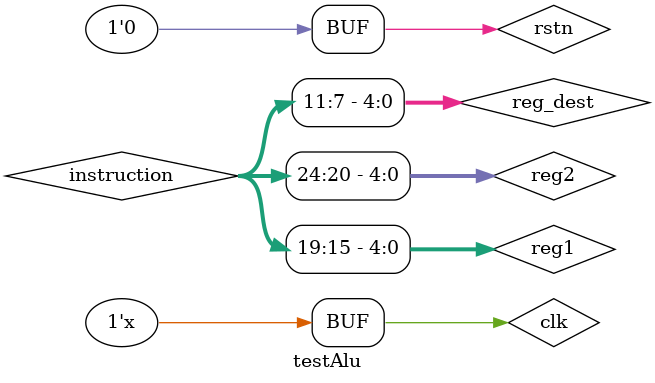
<source format=v>
`timescale 1ps/1ps
module testAlu();
wire [31:0]now_pc;
wire [31:0] instruction;
wire [31:0]next_pc;
wire MemtoReg,RegWrite;
wire [2:0]MemRead;
wire [1:0]MemWrite;
wire [4:0] Aluop;
wire jalr;
wire Alusrc1,Alusrc2;
wire Add4;
reg clk,rstn;
wire[31:0]imm;
wire Branch;

wire [4:0]reg1=instruction[19:15];
wire[4:0]reg2=instruction[24:20];
wire[4:0]reg_dest=instruction[11:7];
wire[31:0] dataToWrite;
wire [31:0]outData1;
wire [31:0]outData2;//from register

wire [31:0] src1;
wire [31:0] src2;
//wire [3:0] operation;
wire [31:0]result;
wire zero;
wire [6:0]Func7=instruction[31:25];
wire [2:0]Func3=instruction[14:12];
wire [31:0] readOutData;//from memory
initial begin

    clk=1;
    rstn=0;
    //rstn=1'b1;  
end

always #30 clk=~clk;

pc_adder testpc_adder(
.now_pc(now_pc),
.imm(imm),
.readData1(outData1),
.Branch(Branch),
.zero(zero),
.jalr(jalr),
.next_pc(next_pc)
);

Instruction_Mem inst_mem(
    
    .pc(now_pc),
    .instruction(instruction)
);

PC testPC(
    .clk(clk),
    .rstn(rstn),
    .next_pc(next_pc),
    .now_pc(now_pc)
);

control  testcontrol(
.opcode(instruction[6:0]),
.func7(instruction[31:25]),
.func3(instruction[14:12]),
.Alusrc1(Alusrc1),
.Alusrc2(Alusrc2),
.MemtoReg(MemtoReg),
.RegWrite(RegWrite),
.MemRead(MemRead),
.MemWrite(MemWrite),
.Branch(Branch),
.Add4(Add4),
.jalr(jalr),
.Aluop(Aluop)
);

Imm_Generator testimm_gen(
.instruction(instruction),
.imm_out(imm)
);

Registers testReg(
.clk(clk),
.reg1(reg1),
.reg2(reg2),
.reg_dest(reg_dest),
.dataToWrite(dataToWrite),
.outData1(outData1),
.outData2(outData2)
);
muxRegtoAlu test_mux_reg_alu(
.Alusrc1(Alusrc1),
.Alusrc2(Alusrc2),
.readData1(outData1),
.PC(now_pc),
.readData2(outData2),
.immediate(imm),
.adder1(src1),
.adder2(src2)

);



alu testAlu(
.src1(src1),
.src2(src2),
.operation(Aluop),
.result(result),
.zero(zero)
);

endmodule //testAlu

</source>
